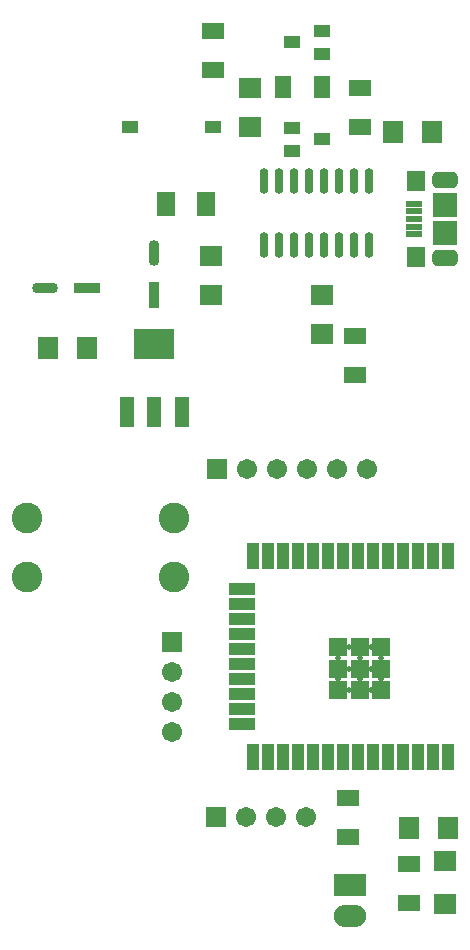
<source format=gbr>
%TF.GenerationSoftware,Altium Limited,Altium Designer,25.7.1 (20)*%
G04 Layer_Color=16711935*
%FSLAX45Y45*%
%MOMM*%
%TF.SameCoordinates,81D67EAA-D314-4BFC-ACE0-956B7E053A61*%
%TF.FilePolarity,Negative*%
%TF.FileFunction,Soldermask,Bot*%
%TF.Part,Single*%
G01*
G75*
%TA.AperFunction,ComponentPad*%
%ADD58C,1.70320*%
%ADD59R,1.70320X1.70320*%
%ADD60C,2.60320*%
%ADD61R,2.74320X1.85420*%
%ADD62O,2.74320X1.85420*%
%ADD63R,1.70320X1.70320*%
G04:AMPARAMS|DCode=64|XSize=2.2032mm|YSize=1.4032mm|CornerRadius=0.4616mm|HoleSize=0mm|Usage=FLASHONLY|Rotation=180.000|XOffset=0mm|YOffset=0mm|HoleType=Round|Shape=RoundedRectangle|*
%AMROUNDEDRECTD64*
21,1,2.20320,0.48000,0,0,180.0*
21,1,1.28000,1.40320,0,0,180.0*
1,1,0.92320,-0.64000,0.24000*
1,1,0.92320,0.64000,0.24000*
1,1,0.92320,0.64000,-0.24000*
1,1,0.92320,-0.64000,-0.24000*
%
%ADD64ROUNDEDRECTD64*%
%ADD65C,0.50320*%
%TA.AperFunction,SMDPad,CuDef*%
%ADD66R,2.20320X0.90320*%
%ADD67O,2.20320X0.90320*%
%ADD68R,1.85420X1.47320*%
%ADD69R,1.72720X1.85420*%
%ADD70R,1.40320X1.00320*%
%ADD71R,1.40320X1.05320*%
%ADD72R,1.47320X1.85420*%
%ADD73R,1.85420X1.72720*%
%ADD74O,0.90320X2.20320*%
%ADD75R,0.90320X2.20320*%
%ADD76R,3.50320X2.60320*%
%ADD77R,1.20320X2.60320*%
%ADD78R,1.55320X2.00320*%
%ADD79O,0.75320X2.20320*%
%ADD80R,1.45000X0.50000*%
%ADD81R,1.60320X1.80320*%
%ADD82R,2.10320X2.10320*%
%TA.AperFunction,BGAPad,CuDef*%
%ADD83R,1.53320X1.53320*%
%TA.AperFunction,ConnectorPad*%
%ADD84R,1.10320X2.20320*%
%ADD85R,2.20320X1.10320*%
D58*
X16967200Y8089900D02*
D03*
X16713200D02*
D03*
X16459200D02*
D03*
X16205200D02*
D03*
X15951199D02*
D03*
X15316200Y6375400D02*
D03*
Y6121400D02*
D03*
Y5867400D02*
D03*
X16192500Y5143500D02*
D03*
X16446500D02*
D03*
X15938499D02*
D03*
D59*
X15697200Y8089900D02*
D03*
X15684500Y5143500D02*
D03*
D60*
X14081599Y7679500D02*
D03*
X15331599D02*
D03*
Y7179501D02*
D03*
X14081599D02*
D03*
D61*
X16820341Y4572000D02*
D03*
D62*
Y4305300D02*
D03*
D63*
X15316200Y6629400D02*
D03*
D64*
X17627600Y9880798D02*
D03*
Y10540802D02*
D03*
D65*
X16719499Y6495049D02*
D03*
Y6311549D02*
D03*
X16811249Y6586799D02*
D03*
Y6403299D02*
D03*
Y6219800D02*
D03*
X16902998Y6495049D02*
D03*
Y6311549D02*
D03*
X16994749Y6586799D02*
D03*
Y6403299D02*
D03*
Y6219800D02*
D03*
X17086499Y6495049D02*
D03*
Y6311549D02*
D03*
D66*
X14592300Y9626600D02*
D03*
D67*
X14236700D02*
D03*
D68*
X15659109Y11798295D02*
D03*
Y11468095D02*
D03*
X16903694Y10985505D02*
D03*
Y11315705D02*
D03*
X16865610Y9220195D02*
D03*
Y8889995D02*
D03*
X16802110Y5308595D02*
D03*
Y4978395D02*
D03*
X17322810Y4749795D02*
D03*
Y4419595D02*
D03*
D69*
X14592300Y9118600D02*
D03*
X14262100D02*
D03*
X17322800Y5054600D02*
D03*
X17653000D02*
D03*
X17185651Y10947400D02*
D03*
X17515849D02*
D03*
D70*
X14959106Y10985505D02*
D03*
X15659109D02*
D03*
D71*
X16581902Y10884413D02*
D03*
X16332439Y10789920D02*
D03*
X16331900Y10982452D02*
D03*
X16332443Y11708892D02*
D03*
X16581902Y11803380D02*
D03*
X16582446Y11610853D02*
D03*
D72*
X16581902Y11328390D02*
D03*
X16251701D02*
D03*
D73*
X16582446Y9563100D02*
D03*
Y9232900D02*
D03*
X17627600Y4775200D02*
D03*
Y4414520D02*
D03*
X15646400Y9563100D02*
D03*
Y9893300D02*
D03*
X15976601Y10988050D02*
D03*
Y11318250D02*
D03*
D74*
X15163800Y9918700D02*
D03*
D75*
Y9563100D02*
D03*
D76*
Y9154602D02*
D03*
D77*
X14933798Y8574598D02*
D03*
X15163800D02*
D03*
X15393802D02*
D03*
D78*
X15597998Y10337800D02*
D03*
X15263002D02*
D03*
D79*
X16090900Y10528300D02*
D03*
X16217900D02*
D03*
X16344901D02*
D03*
X16471899D02*
D03*
X16598900D02*
D03*
X16725900D02*
D03*
X16852901D02*
D03*
X16090900Y9988301D02*
D03*
X16217900D02*
D03*
X16344901D02*
D03*
X16471899D02*
D03*
X16725900D02*
D03*
X16852901D02*
D03*
X16598900D02*
D03*
X16979900Y10528300D02*
D03*
Y9988301D02*
D03*
D80*
X17360101Y10145801D02*
D03*
Y10340802D02*
D03*
Y10275799D02*
D03*
Y10210800D02*
D03*
Y10080798D02*
D03*
D81*
X17382602Y9890801D02*
D03*
Y10530799D02*
D03*
D82*
X17627600Y10090800D02*
D03*
Y10330800D02*
D03*
D83*
X16719499Y6586799D02*
D03*
Y6403299D02*
D03*
Y6219800D02*
D03*
X16902998Y6586799D02*
D03*
Y6403299D02*
D03*
Y6219800D02*
D03*
X17086499Y6586799D02*
D03*
Y6403299D02*
D03*
Y6219800D02*
D03*
D84*
X17653000Y7353300D02*
D03*
Y5653298D02*
D03*
X17525999D02*
D03*
X17145000Y7353300D02*
D03*
X17399001Y5653298D02*
D03*
X17272000Y7353300D02*
D03*
X16002000D02*
D03*
X17525999D02*
D03*
X17399001D02*
D03*
X17017999D02*
D03*
X16891000D02*
D03*
X16764000D02*
D03*
X16637000D02*
D03*
X16510001D02*
D03*
X16383000D02*
D03*
X16256000D02*
D03*
X16128999D02*
D03*
X16002000Y5653298D02*
D03*
X16128999D02*
D03*
X16256000D02*
D03*
X16383000D02*
D03*
X16510001D02*
D03*
X16637000D02*
D03*
X16764000D02*
D03*
X16891000D02*
D03*
X17017999D02*
D03*
X17145000D02*
D03*
X17272000D02*
D03*
D85*
X15902000Y5931799D02*
D03*
Y7074799D02*
D03*
Y6947799D02*
D03*
Y6820799D02*
D03*
Y6693799D02*
D03*
Y6566799D02*
D03*
Y6439799D02*
D03*
Y6312799D02*
D03*
Y6185799D02*
D03*
Y6058799D02*
D03*
%TF.MD5,19e1c896ddf93070800fc4bf23d6c096*%
M02*

</source>
